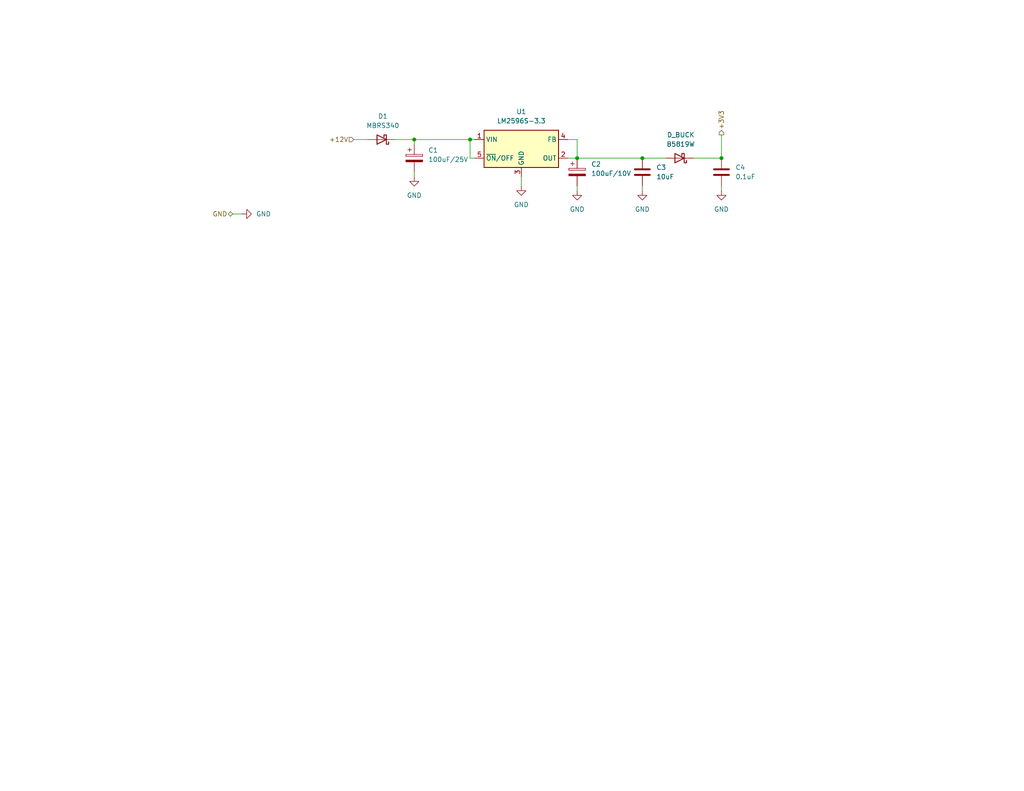
<source format=kicad_sch>
(kicad_sch (version 20250114) (generator "eeschema") (generator_version "9.0")
  (paper "A")
  (title_block (rev "v1.0") (company "Don McGarry") (comment 1 "https://github.com/dpmcgarry/esp32-marine-sensorhub-v2"))
  (lib_symbols
    (symbol "Device:C" (pin_numbers (hide yes)) (pin_names (offset 0.254))
      (property "Reference" "C" (at 0.635 2.54 0))
      (property "Value" "C" (at 0.635 -2.54 0))
      (symbol "C_0_1"
        (polyline (pts (xy -2.032 0.762) (xy 2.032 0.762)) (stroke (width 0.508)))
        (polyline (pts (xy -2.032 -0.762) (xy 2.032 -0.762)) (stroke (width 0.508)))
      )
      (symbol "C_1_1"
        (pin passive line (at 0 3.81 270) (length 2.794) (name "~") (number "1"))
        (pin passive line (at 0 -3.81 90) (length 2.794) (name "~") (number "2"))
      )
    )
    (symbol "Device:C_Polarized" (pin_numbers (hide yes)) (pin_names (offset 0.254))
      (property "Reference" "C" (at 0.635 2.54 0))
      (property "Value" "C_Polarized" (at 0.635 -2.54 0))
      (symbol "C_Polarized_0_1"
        (rectangle (start -2.286 0.508) (end 2.286 1.016))
        (polyline (pts (xy -1.778 2.286) (xy -0.762 2.286)))
        (polyline (pts (xy -1.27 2.794) (xy -1.27 1.778)))
        (rectangle (start 2.286 -0.508) (end -2.286 -1.016) (fill (type outline)))
      )
      (symbol "C_Polarized_1_1"
        (pin passive line (at 0 3.81 270) (length 2.794) (name "~") (number "1"))
        (pin passive line (at 0 -3.81 90) (length 2.794) (name "~") (number "2"))
      )
    )
    (symbol "Device:D_Schottky" (pin_numbers (hide yes)) (pin_names (offset 1.016) (hide yes))
      (property "Reference" "D" (at 0 2.54 0))
      (property "Value" "D_Schottky" (at 0 -2.54 0))
      (symbol "D_Schottky_0_1"
        (polyline (pts (xy -1.905 0.635) (xy -1.905 1.27) (xy -1.27 1.27) (xy -1.27 -1.27) (xy -0.635 -1.27) (xy -0.635 -0.635)) (stroke (width 0.254)))
        (polyline (pts (xy 1.27 1.27) (xy 1.27 -1.27) (xy -1.27 0) (xy 1.27 1.27)) (stroke (width 0.254)))
        (polyline (pts (xy 1.27 0) (xy -1.27 0)))
      )
      (symbol "D_Schottky_1_1"
        (pin passive line (at -3.81 0 0) (length 2.54) (name "K") (number "1"))
        (pin passive line (at 3.81 0 180) (length 2.54) (name "A") (number "2"))
      )
    )
    (symbol "Diode:MBRS340" (pin_numbers (hide yes)) (pin_names (offset 1.016) (hide yes))
      (property "Reference" "D" (at 0 2.54 0))
      (property "Value" "MBRS340" (at 0 -2.54 0))
      (symbol "MBRS340_0_1"
        (polyline (pts (xy -1.905 0.635) (xy -1.905 1.27) (xy -1.27 1.27) (xy -1.27 -1.27) (xy -0.635 -1.27) (xy -0.635 -0.635)) (stroke (width 0.254)))
        (polyline (pts (xy 1.27 1.27) (xy 1.27 -1.27) (xy -1.27 0) (xy 1.27 1.27)) (stroke (width 0.254)))
        (polyline (pts (xy 1.27 0) (xy -1.27 0)))
      )
      (symbol "MBRS340_1_1"
        (pin passive line (at -3.81 0 0) (length 2.54) (name "K") (number "1"))
        (pin passive line (at 3.81 0 180) (length 2.54) (name "A") (number "2"))
      )
    )
    (symbol "Regulator_Switching:LM2596S-3.3"
      (property "Reference" "U" (at -10.16 6.35 0))
      (property "Value" "LM2596S-3.3" (at 0 6.35 0))
      (symbol "LM2596S-3.3_0_1"
        (rectangle (start -10.16 5.08) (end 10.16 -5.08) (stroke (width 0.254)) (fill (type background)))
      )
      (symbol "LM2596S-3.3_1_1"
        (pin power_in line (at -12.7 2.54 0) (length 2.54) (name "VIN") (number "1"))
        (pin input line (at -12.7 -2.54 0) (length 2.54) (name "~{ON}/OFF") (number "5"))
        (pin power_in line (at 0 -7.62 90) (length 2.54) (name "GND") (number "3"))
        (pin input line (at 12.7 2.54 180) (length 2.54) (name "FB") (number "4"))
        (pin output line (at 12.7 -2.54 180) (length 2.54) (name "OUT") (number "2"))
      )
    )
    (symbol "power:GND" (power) (pin_numbers (hide yes)) (pin_names (offset 0) (hide yes))
      (property "Value" "GND" (at 0 -3.81 0))
      (symbol "GND_0_1"
        (polyline (pts (xy 0 0) (xy 0 -1.27) (xy 1.27 -1.27) (xy 0 -2.54) (xy -1.27 -1.27) (xy 0 -1.27)))
      )
      (symbol "GND_1_1"
        (pin power_in line (at 0 0 270) (length 0) (name "~") (number "1"))
      )
    )
  )
  (junction (at 128.27 38.1))
  (junction (at 175.26 43.18))
  (junction (at 157.48 43.18))
  (junction (at 196.85 43.18))
  (junction (at 113.03 38.1))
  (wire (pts (xy 154.94 43.18) (xy 157.48 43.18)))
  (wire (pts (xy 196.85 50.8) (xy 196.85 52.07)))
  (wire (pts (xy 113.03 38.1) (xy 128.27 38.1)))
  (wire (pts (xy 157.48 43.18) (xy 175.26 43.18)))
  (wire (pts (xy 175.26 50.8) (xy 175.26 52.07)))
  (wire (pts (xy 96.52 38.1) (xy 100.33 38.1)))
  (wire (pts (xy 128.27 38.1) (xy 129.54 38.1)))
  (wire (pts (xy 189.23 43.18) (xy 196.85 43.18)))
  (wire (pts (xy 113.03 46.99) (xy 113.03 48.26)))
  (wire (pts (xy 154.94 38.1) (xy 157.48 38.1)))
  (wire (pts (xy 113.03 39.37) (xy 113.03 38.1)))
  (wire (pts (xy 175.26 43.18) (xy 181.61 43.18)))
  (wire (pts (xy 157.48 50.8) (xy 157.48 52.07)))
  (wire (pts (xy 128.27 43.18) (xy 129.54 43.18)))
  (wire (pts (xy 107.95 38.1) (xy 113.03 38.1)))
  (wire (pts (xy 63.5 58.42) (xy 66.04 58.42)))
  (wire (pts (xy 128.27 38.1) (xy 128.27 43.18)))
  (wire (pts (xy 196.85 36.83) (xy 196.85 43.18)))
  (wire (pts (xy 142.24 48.26) (xy 142.24 50.8)))
  (wire (pts (xy 157.48 38.1) (xy 157.48 43.18)))
  (hierarchical_label "+12V" (shape input) (at 96.52 38.1 180))
  (hierarchical_label "GND" (shape bidirectional) (at 63.5 58.42 180))
  (hierarchical_label "+3V3" (shape output) (at 196.85 36.83 90))
  (symbol (lib_id "Device:D_Schottky") (at 185.42 43.18 180) (unit 1)
    (property "Reference" "D_BUCK" (at 185.7375 36.83 0))
    (property "Value" "B5819W" (at 185.7375 39.37 0))
    (property "Footprint" "Diode_SMD:D_0201_0603Metric" (effects (hide yes)))
    (property "Description" "Schottky diode" (effects (hide yes)))
  )
  (symbol (lib_id "Device:C") (at 196.85 46.99 0) (unit 1)
    (property "Reference" "C4" (at 200.66 45.7199 0) (effects (justify left)))
    (property "Value" "0.1uF" (at 200.66 48.2599 0) (effects (justify left)))
    (property "Footprint" "Capacitor_SMD:C_0201_0603Metric" (effects (hide yes)))
    (property "Description" "Unpolarized capacitor" (effects (hide yes)))
  )
  (symbol (lib_id "Regulator_Switching:LM2596S-3.3") (at 142.24 40.64 0) (unit 1)
    (property "Reference" "U1" (at 142.24 30.48 0))
    (property "Value" "LM2596S-3.3" (at 142.24 33.02 0))
    (property "Footprint" "Package_TO_SOT_SMD:TO-263-5_TabPin3" (effects (hide yes)))
    (property "Datasheet" "http://www.ti.com/lit/ds/symlink/lm2596.pdf" (effects (hide yes)))
    (property "Description" "3.3V 3A Step-Down Voltage Regulator, TO-263" (effects (hide yes)))
  )
  (symbol (lib_id "Device:C_Polarized") (at 113.03 43.18 0) (unit 1)
    (property "Reference" "C1" (at 116.84 41.0209 0) (effects (justify left)))
    (property "Value" "100uF/25V" (at 116.84 43.5609 0) (effects (justify left)))
    (property "Footprint" "Capacitor_SMD:C_0201_0603Metric" (effects (hide yes)))
    (property "Description" "Polarized capacitor" (effects (hide yes)))
  )
  (symbol (lib_id "power:GND") (at 113.03 48.26 0) (unit 1)
    (property "Reference" "#PWR07" (effects (hide yes)))
    (property "Value" "GND" (at 113.03 53.34 0))
    (property "Description" "Power symbol creates a global label with name \"GND\" , ground" (effects (hide yes)))
  )
  (symbol (lib_id "power:GND") (at 175.26 52.07 0) (unit 1)
    (property "Reference" "#PWR017" (effects (hide yes)))
    (property "Value" "GND" (at 175.26 57.15 0))
    (property "Description" "Power symbol creates a global label with name \"GND\" , ground" (effects (hide yes)))
  )
  (symbol (lib_id "power:GND") (at 196.85 52.07 0) (unit 1)
    (property "Reference" "#PWR019" (effects (hide yes)))
    (property "Value" "GND" (at 196.85 57.15 0))
    (property "Description" "Power symbol creates a global label with name \"GND\" , ground" (effects (hide yes)))
  )
  (symbol (lib_id "power:GND") (at 66.04 58.42 90) (unit 1)
    (property "Reference" "#PWR04" (effects (hide yes)))
    (property "Value" "GND" (at 69.85 58.4199 90) (effects (justify right)))
    (property "Description" "Power symbol creates a global label with name \"GND\" , ground" (effects (hide yes)))
  )
  (symbol (lib_id "power:GND") (at 157.48 52.07 0) (unit 1)
    (property "Reference" "#PWR014" (effects (hide yes)))
    (property "Value" "GND" (at 157.48 57.15 0))
    (property "Description" "Power symbol creates a global label with name \"GND\" , ground" (effects (hide yes)))
  )
  (symbol (lib_id "Device:C_Polarized") (at 157.48 46.99 0) (unit 1)
    (property "Reference" "C2" (at 161.29 44.8309 0) (effects (justify left)))
    (property "Value" "100uF/10V" (at 161.29 47.3709 0) (effects (justify left)))
    (property "Footprint" "Capacitor_SMD:C_0201_0603Metric" (effects (hide yes)))
    (property "Description" "Polarized capacitor" (effects (hide yes)))
  )
  (symbol (lib_id "power:GND") (at 142.24 50.8 0) (unit 1)
    (property "Reference" "#PWR012" (effects (hide yes)))
    (property "Value" "GND" (at 142.24 55.88 0))
    (property "Description" "Power symbol creates a global label with name \"GND\" , ground" (effects (hide yes)))
  )
  (symbol (lib_id "Device:C") (at 175.26 46.99 0) (unit 1)
    (property "Reference" "C3" (at 179.07 45.7199 0) (effects (justify left)))
    (property "Value" "10uF" (at 179.07 48.2599 0) (effects (justify left)))
    (property "Footprint" "Capacitor_SMD:C_0201_0603Metric" (effects (hide yes)))
    (property "Description" "Unpolarized capacitor" (effects (hide yes)))
  )
  (symbol (lib_id "Diode:MBRS340") (at 104.14 38.1 180) (unit 1)
    (property "Reference" "D1" (at 104.4575 31.75 0))
    (property "Value" "MBRS340" (at 104.4575 34.29 0))
    (property "Footprint" "Diode_SMD:D_SMC" (effects (hide yes)))
    (property "Datasheet" "https://www.onsemi.com/download/data-sheet/pdf/mbrs340t3-d.pdf" (effects (hide yes)))
    (property "Description" "40V 3A Schottky Barrier Rectifier Diode, SMC (DO-214AB)" (effects (hide yes)))
  )
)
</source>
